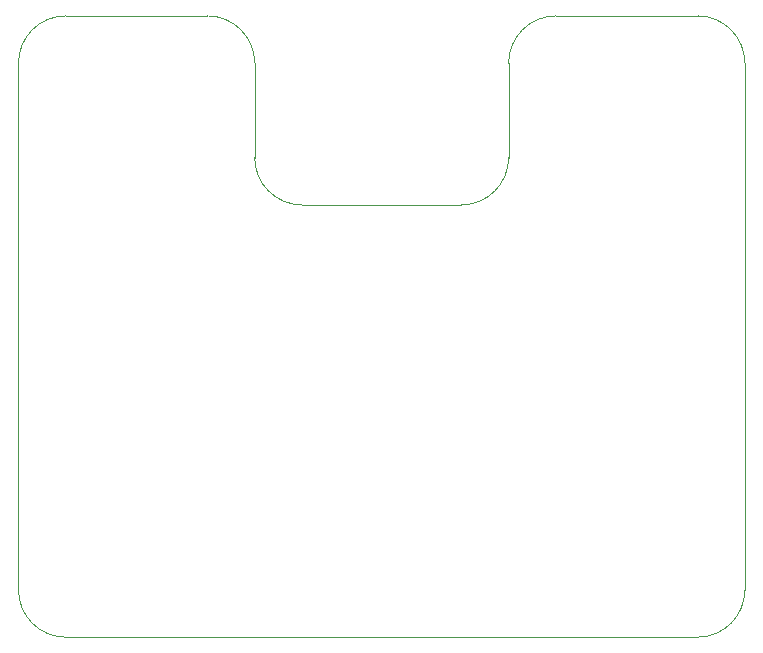
<source format=gm1>
%TF.GenerationSoftware,KiCad,Pcbnew,6.0.2+dfsg-1*%
%TF.CreationDate,2023-05-25T22:22:26+02:00*%
%TF.ProjectId,dclink,64636c69-6e6b-42e6-9b69-6361645f7063,V0*%
%TF.SameCoordinates,Original*%
%TF.FileFunction,Profile,NP*%
%FSLAX46Y46*%
G04 Gerber Fmt 4.6, Leading zero omitted, Abs format (unit mm)*
G04 Created by KiCad (PCBNEW 6.0.2+dfsg-1) date 2023-05-25 22:22:26*
%MOMM*%
%LPD*%
G01*
G04 APERTURE LIST*
%TA.AperFunction,Profile*%
%ADD10C,0.050000*%
%TD*%
G04 APERTURE END LIST*
D10*
X135100000Y-78500000D02*
X123100000Y-78500000D01*
X123100000Y-131100000D02*
X176600000Y-131100000D01*
X160600000Y-82500000D02*
X160600000Y-90500000D01*
X139100000Y-90500000D02*
X139100000Y-82500000D01*
X164600000Y-78500000D02*
G75*
G03*
X160600000Y-82500000I0J-4000000D01*
G01*
X156600000Y-94500000D02*
X143100000Y-94500000D01*
X180600000Y-82500000D02*
G75*
G03*
X176600000Y-78500000I-4000000J0D01*
G01*
X156600000Y-94500000D02*
G75*
G03*
X160600000Y-90500000I0J4000000D01*
G01*
X176600000Y-131100000D02*
G75*
G03*
X180600000Y-127100000I0J4000000D01*
G01*
X123100000Y-78500000D02*
G75*
G03*
X119100000Y-82500000I0J-4000000D01*
G01*
X139100000Y-90500000D02*
G75*
G03*
X143100000Y-94500000I4000000J0D01*
G01*
X180600000Y-127100000D02*
X180600000Y-82500000D01*
X119100000Y-82500000D02*
X119100000Y-127100000D01*
X119100000Y-127100000D02*
G75*
G03*
X123100000Y-131100000I4000000J0D01*
G01*
X176600000Y-78500000D02*
X164600000Y-78500000D01*
X139100000Y-82500000D02*
G75*
G03*
X135100000Y-78500000I-4000000J0D01*
G01*
M02*

</source>
